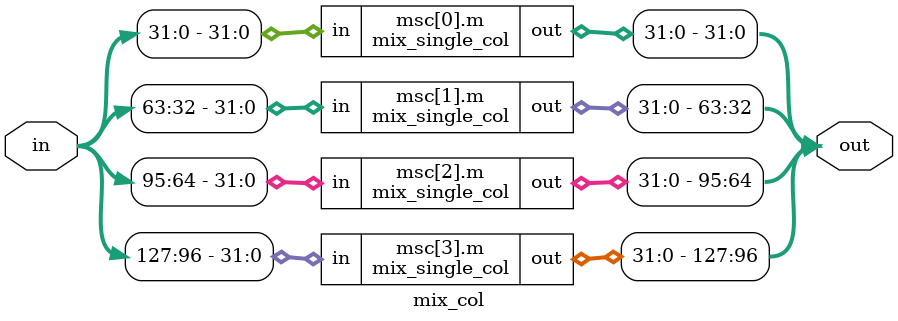
<source format=v>
module mix_single_col
(
	input [31:0] in, 
	output [31:0] out
);

	wire [7:0] b0, b1, b2, b3;
	wire [7:0] c0, c1, c2, c3;

	function [7:0] mult_2;
		input [7:0] x;
		begin
			mult_2 = {x[6], x[5], x[4], x[3]^x[7], x[2]^x[7], x[1], x[0]^x[7], x[7]};
		end
	endfunction

	function [7:0] mult_3;
		input [7:0] x;
		begin
			mult_3 = mult_2(x) ^ x;
		end
	endfunction

	assign {b0, b1, b2, b3} = in;

	assign c0 = mult_2(b0) ^ mult_3(b1) ^ b2 ^ b3;
	assign c1 = b0 ^ mult_2(b1) ^ mult_3(b2) ^ b3;
	assign c2 = b0 ^ b1 ^ mult_2(b2) ^ mult_3(b3);
	assign c3 = mult_3(b0) ^ b1 ^ b2 ^ mult_2(b3);

	assign out = {c0, c1, c2, c3};

endmodule

module mix_col
(
	input [127:0] in,
	output [127:0] out
);

	genvar i;
	generate
	    for (i=0; i<4; i=i+1)
	    begin : msc
	       mix_single_col m(.in(in[32*i+31:32*i]), .out(out[32*i+31:32*i]));
	    end
	endgenerate

endmodule

</source>
